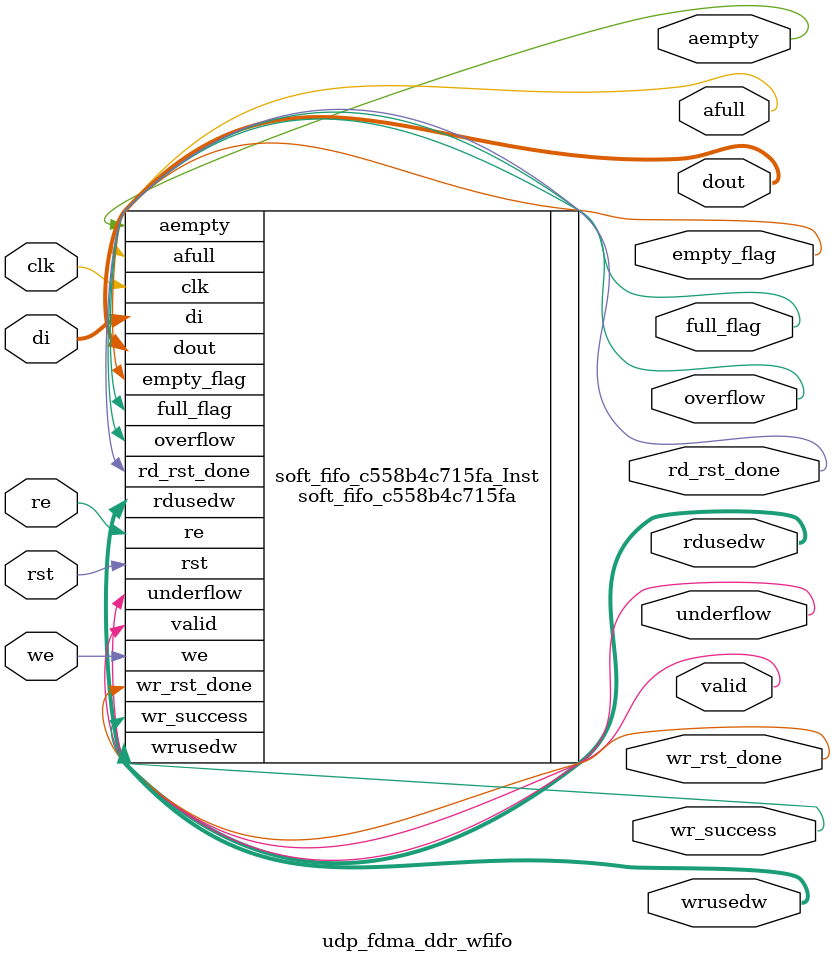
<source format=v>
/************************************************************\
**	Copyright (c) 2012-2025 Anlogic Inc.
**	All Right Reserved.
\************************************************************/
/************************************************************\
**	Build time: Sep 14 2025 11:11:33
**	TD version	:	6.2.168116
************************************************************/
`timescale 1ns/1ps
module udp_fdma_ddr_wfifo
(
  input                         rst,
  input   [31:0]                di,
  input                         clk,
  input                         re,
  input                         we,
  output  [31:0]                dout,
  output                        empty_flag,
  output                        aempty,
  output                        full_flag,
  output                        afull,
  output                        valid,
  output                        overflow,
  output                        underflow,
  output                        wr_success,
  output  [7:0]                 rdusedw,
  output  [7:0]                 wrusedw,
  output                        wr_rst_done,
  output                        rd_rst_done
);

  soft_fifo_c558b4c715fa
  #(
      .COMMON_CLK_EN(1),
      .MEMORY_TYPE(0),
      .RST_TYPE(1),
      .DATA_WIDTH_W(32),
      .ADDR_WIDTH_W(7),
      .DATA_WIDTH_R(32),
      .ADDR_WIDTH_R(7),
      .DOUT_INITVAL(32'h0),
      .OUTREG_EN("NOREG"),
      .SHOW_AHEAD_EN(1),
      .AL_FULL_NUM(3),
      .AL_EMPTY_NUM(2),
      .RDUSEDW_WIDTH(8),
      .WRUSEDW_WIDTH(8),
      .ASYNC_RST_SYNC_RELS(1),
      .SYNC_STAGE(2)
  )soft_fifo_c558b4c715fa_Inst
  (
      .rst(rst),
      .di(di),
      .clk(clk),
      .re(re),
      .we(we),
      .dout(dout),
      .empty_flag(empty_flag),
      .aempty(aempty),
      .full_flag(full_flag),
      .afull(afull),
      .valid(valid),
      .overflow(overflow),
      .underflow(underflow),
      .wr_success(wr_success),
      .rdusedw(rdusedw),
      .wrusedw(wrusedw),
      .wr_rst_done(wr_rst_done),
      .rd_rst_done(rd_rst_done)
  );
endmodule

</source>
